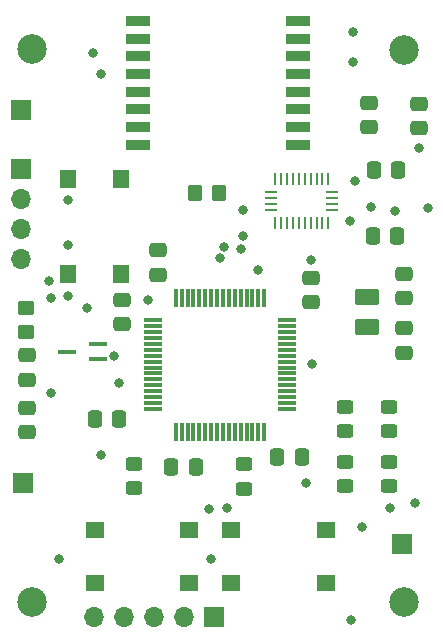
<source format=gts>
G04 #@! TF.GenerationSoftware,KiCad,Pcbnew,7.0.10*
G04 #@! TF.CreationDate,2024-03-08T11:33:54-05:00*
G04 #@! TF.ProjectId,swipe-stack-glove,73776970-652d-4737-9461-636b2d676c6f,1*
G04 #@! TF.SameCoordinates,Original*
G04 #@! TF.FileFunction,Soldermask,Top*
G04 #@! TF.FilePolarity,Negative*
%FSLAX46Y46*%
G04 Gerber Fmt 4.6, Leading zero omitted, Abs format (unit mm)*
G04 Created by KiCad (PCBNEW 7.0.10) date 2024-03-08 11:33:54*
%MOMM*%
%LPD*%
G01*
G04 APERTURE LIST*
G04 Aperture macros list*
%AMRoundRect*
0 Rectangle with rounded corners*
0 $1 Rounding radius*
0 $2 $3 $4 $5 $6 $7 $8 $9 X,Y pos of 4 corners*
0 Add a 4 corners polygon primitive as box body*
4,1,4,$2,$3,$4,$5,$6,$7,$8,$9,$2,$3,0*
0 Add four circle primitives for the rounded corners*
1,1,$1+$1,$2,$3*
1,1,$1+$1,$4,$5*
1,1,$1+$1,$6,$7*
1,1,$1+$1,$8,$9*
0 Add four rect primitives between the rounded corners*
20,1,$1+$1,$2,$3,$4,$5,0*
20,1,$1+$1,$4,$5,$6,$7,0*
20,1,$1+$1,$6,$7,$8,$9,0*
20,1,$1+$1,$8,$9,$2,$3,0*%
G04 Aperture macros list end*
%ADD10RoundRect,0.250000X-0.475000X0.337500X-0.475000X-0.337500X0.475000X-0.337500X0.475000X0.337500X0*%
%ADD11R,1.600000X1.400000*%
%ADD12RoundRect,0.250000X0.350000X0.450000X-0.350000X0.450000X-0.350000X-0.450000X0.350000X-0.450000X0*%
%ADD13RoundRect,0.250000X0.475000X-0.337500X0.475000X0.337500X-0.475000X0.337500X-0.475000X-0.337500X0*%
%ADD14R,1.700000X1.700000*%
%ADD15RoundRect,0.250000X0.337500X0.475000X-0.337500X0.475000X-0.337500X-0.475000X0.337500X-0.475000X0*%
%ADD16R,1.500000X0.450000*%
%ADD17C,2.500000*%
%ADD18RoundRect,0.102000X-0.950000X0.550000X-0.950000X-0.550000X0.950000X-0.550000X0.950000X0.550000X0*%
%ADD19RoundRect,0.250000X0.450000X-0.325000X0.450000X0.325000X-0.450000X0.325000X-0.450000X-0.325000X0*%
%ADD20RoundRect,0.250000X-0.337500X-0.475000X0.337500X-0.475000X0.337500X0.475000X-0.337500X0.475000X0*%
%ADD21RoundRect,0.250000X-0.450000X0.325000X-0.450000X-0.325000X0.450000X-0.325000X0.450000X0.325000X0*%
%ADD22R,0.257000X1.085000*%
%ADD23R,1.040000X0.257000*%
%ADD24R,1.400000X1.600000*%
%ADD25RoundRect,0.075000X-0.700000X-0.075000X0.700000X-0.075000X0.700000X0.075000X-0.700000X0.075000X0*%
%ADD26RoundRect,0.075000X-0.075000X-0.700000X0.075000X-0.700000X0.075000X0.700000X-0.075000X0.700000X0*%
%ADD27R,2.000000X0.900000*%
%ADD28RoundRect,0.250000X-0.450000X0.350000X-0.450000X-0.350000X0.450000X-0.350000X0.450000X0.350000X0*%
%ADD29O,1.700000X1.700000*%
%ADD30C,0.800000*%
G04 APERTURE END LIST*
D10*
X167890000Y-99500000D03*
X167890000Y-101575000D03*
D11*
X149710000Y-121130000D03*
X141710000Y-121130000D03*
X149710000Y-116630000D03*
X141710000Y-116630000D03*
D12*
X152220000Y-88030000D03*
X150220000Y-88030000D03*
D13*
X164970000Y-82497500D03*
X164970000Y-80422500D03*
D14*
X135650000Y-112620000D03*
D15*
X159217500Y-110450000D03*
X157142500Y-110450000D03*
D16*
X142012595Y-102160859D03*
X142012595Y-100860859D03*
X139352595Y-101510859D03*
D14*
X167730000Y-117750000D03*
D11*
X161270000Y-121130000D03*
X153270000Y-121130000D03*
X161270000Y-116630000D03*
X153270000Y-116630000D03*
D17*
X136400000Y-75910000D03*
D18*
X164780000Y-96907500D03*
X164780000Y-99407500D03*
D15*
X167307500Y-91740000D03*
X165232500Y-91740000D03*
D19*
X162924000Y-108249922D03*
X162924000Y-106199922D03*
D15*
X150257500Y-111252000D03*
X148182500Y-111252000D03*
D20*
X165322500Y-86150000D03*
X167397500Y-86150000D03*
D17*
X167880000Y-122660000D03*
D19*
X162914000Y-112914922D03*
X162914000Y-110864922D03*
D10*
X135940000Y-106262500D03*
X135940000Y-108337500D03*
D13*
X167890000Y-96995000D03*
X167890000Y-94920000D03*
D21*
X154350000Y-111045000D03*
X154350000Y-113095000D03*
D10*
X160020000Y-95228500D03*
X160020000Y-97303500D03*
D22*
X161488500Y-90617500D03*
D23*
X161800000Y-89500000D03*
X161800000Y-89000000D03*
X161800000Y-88500000D03*
X161800000Y-88000000D03*
D22*
X161490000Y-86880000D03*
X160990000Y-86880000D03*
X160490000Y-86880000D03*
X159990000Y-86880000D03*
X159490000Y-86880000D03*
X158990000Y-86880000D03*
X158490000Y-86880000D03*
X157990000Y-86880000D03*
X157490000Y-86880000D03*
X156990000Y-86880000D03*
D23*
X156670000Y-88000000D03*
X156670000Y-88500000D03*
X156670000Y-89000000D03*
X156670000Y-89498500D03*
D22*
X156990000Y-90620000D03*
X157490000Y-90620000D03*
X157990000Y-90620000D03*
X158490000Y-90620000D03*
X158990000Y-90620000D03*
X159490000Y-90620000D03*
X159990000Y-90620000D03*
X160490000Y-90620000D03*
X160990000Y-90620000D03*
D24*
X143930000Y-86900000D03*
X143930000Y-94900000D03*
X139430000Y-86900000D03*
X139430000Y-94900000D03*
D17*
X167850000Y-75920000D03*
D13*
X143990000Y-99177500D03*
X143990000Y-97102500D03*
D25*
X146638000Y-98846000D03*
X146638000Y-99346000D03*
X146638000Y-99846000D03*
X146638000Y-100346000D03*
X146638000Y-100846000D03*
X146638000Y-101346000D03*
X146638000Y-101846000D03*
X146638000Y-102346000D03*
X146638000Y-102846000D03*
X146638000Y-103346000D03*
X146638000Y-103846000D03*
X146638000Y-104346000D03*
X146638000Y-104846000D03*
X146638000Y-105346000D03*
X146638000Y-105846000D03*
X146638000Y-106346000D03*
D26*
X148563000Y-108271000D03*
X149063000Y-108271000D03*
X149563000Y-108271000D03*
X150063000Y-108271000D03*
X150563000Y-108271000D03*
X151063000Y-108271000D03*
X151563000Y-108271000D03*
X152063000Y-108271000D03*
X152563000Y-108271000D03*
X153063000Y-108271000D03*
X153563000Y-108271000D03*
X154063000Y-108271000D03*
X154563000Y-108271000D03*
X155063000Y-108271000D03*
X155563000Y-108271000D03*
X156063000Y-108271000D03*
D25*
X157988000Y-106346000D03*
X157988000Y-105846000D03*
X157988000Y-105346000D03*
X157988000Y-104846000D03*
X157988000Y-104346000D03*
X157988000Y-103846000D03*
X157988000Y-103346000D03*
X157988000Y-102846000D03*
X157988000Y-102346000D03*
X157988000Y-101846000D03*
X157988000Y-101346000D03*
X157988000Y-100846000D03*
X157988000Y-100346000D03*
X157988000Y-99846000D03*
X157988000Y-99346000D03*
X157988000Y-98846000D03*
D26*
X156063000Y-96921000D03*
X155563000Y-96921000D03*
X155063000Y-96921000D03*
X154563000Y-96921000D03*
X154063000Y-96921000D03*
X153563000Y-96921000D03*
X153063000Y-96921000D03*
X152563000Y-96921000D03*
X152063000Y-96921000D03*
X151563000Y-96921000D03*
X151063000Y-96921000D03*
X150563000Y-96921000D03*
X150063000Y-96921000D03*
X149563000Y-96921000D03*
X149063000Y-96921000D03*
X148563000Y-96921000D03*
D27*
X145380000Y-73490000D03*
X145380000Y-74990000D03*
X145380000Y-76490000D03*
X145380000Y-77990000D03*
X145380000Y-79490000D03*
X145380000Y-80990000D03*
X145380000Y-82490000D03*
X145380000Y-83990000D03*
X158880000Y-83990000D03*
X158880000Y-82490000D03*
X158880000Y-80990000D03*
X158880000Y-79490000D03*
X158880000Y-77990000D03*
X158880000Y-76490000D03*
X158880000Y-74990000D03*
X158880000Y-73490000D03*
D13*
X147066000Y-94996000D03*
X147066000Y-92921000D03*
D19*
X166624000Y-108244922D03*
X166624000Y-106194922D03*
D13*
X169170000Y-82567500D03*
X169170000Y-80492500D03*
D15*
X143785500Y-107188000D03*
X141710500Y-107188000D03*
D17*
X136410000Y-122670000D03*
D21*
X145034000Y-110989000D03*
X145034000Y-113039000D03*
D14*
X135450000Y-81040000D03*
D10*
X135950000Y-101812500D03*
X135950000Y-103887500D03*
D19*
X166614000Y-112909922D03*
X166614000Y-110859922D03*
D28*
X135920000Y-97830000D03*
X135920000Y-99830000D03*
D14*
X151830000Y-123940000D03*
D29*
X149290000Y-123940000D03*
X146750000Y-123940000D03*
X144210000Y-123940000D03*
X141670000Y-123940000D03*
D14*
X135430000Y-86020000D03*
D29*
X135430000Y-88560000D03*
X135430000Y-91100000D03*
X135430000Y-93640000D03*
D30*
X143354506Y-101837657D03*
X139470000Y-88700000D03*
X139446000Y-96774000D03*
X139450000Y-92460000D03*
X163310000Y-90410000D03*
X169920000Y-89320000D03*
X151590000Y-119040000D03*
X168800000Y-114320000D03*
X166700000Y-114740000D03*
X137980000Y-96950000D03*
X160022347Y-93777653D03*
X138640000Y-119080000D03*
X151410000Y-114850000D03*
X163420000Y-124260000D03*
X163710000Y-87090000D03*
X137990000Y-104980000D03*
X159560000Y-112650000D03*
X146190000Y-97120000D03*
X141030000Y-97780000D03*
X169180000Y-84250000D03*
X142260000Y-110250000D03*
X165100000Y-89270000D03*
X167160000Y-89570000D03*
X160138202Y-102540000D03*
X137820000Y-95520000D03*
X155525000Y-94565000D03*
X152288000Y-93539624D03*
X141580000Y-76240000D03*
X152686724Y-92623276D03*
X142220000Y-77970000D03*
X163576000Y-76962000D03*
X163576000Y-74422000D03*
X143748597Y-104124597D03*
X154069009Y-92781395D03*
X152880000Y-114730000D03*
X164375000Y-116355000D03*
X154250000Y-89510000D03*
X154220000Y-91720000D03*
M02*

</source>
